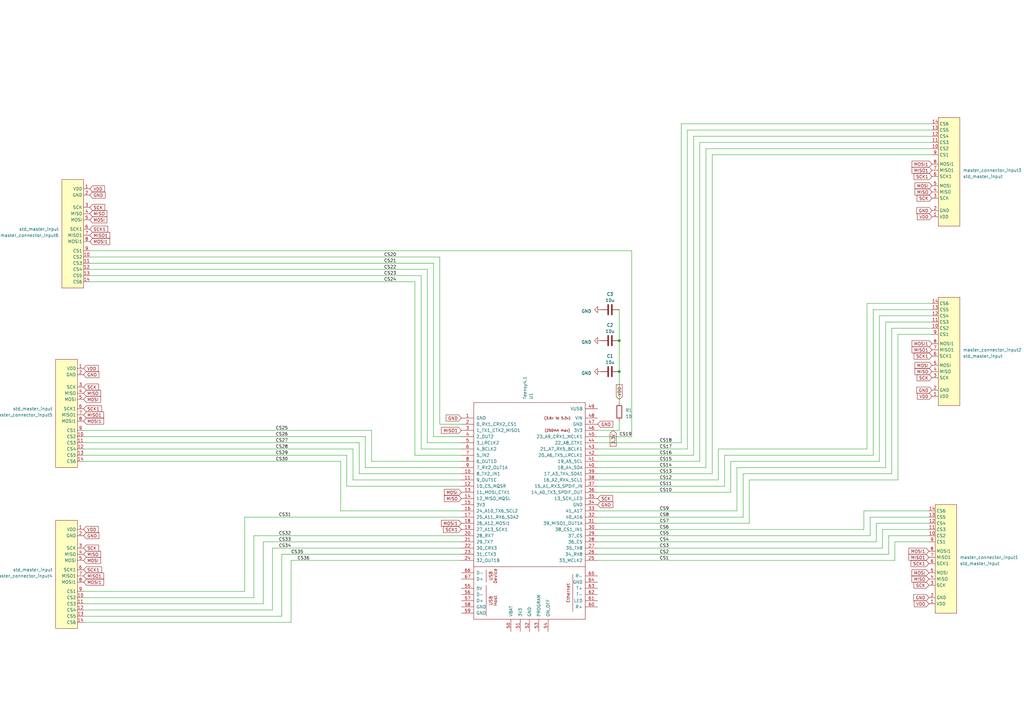
<source format=kicad_sch>
(kicad_sch (version 20230121) (generator eeschema)
  (paper "A3")
  (lib_symbols
    (symbol "BMP581_symbol:std_master_input"
      (property "Reference" "master_connector_input" (at -1.27 27.94 0))
      (property "Value" "std_master_input" (at 0 -21.59 0))
      (symbol "std_master_input_1_1"
        (rectangle (start -5.08 25.4) (end 3.81 -19.05) (fill (type background)))
        (pin input line (at 6.35 21.59 180) (length 2.54) (name "VDD") (number "1"))
        (pin input line (at 6.35 -6.35 180) (length 2.54) (name "CS2") (number "10"))
        (pin input line (at 6.35 -8.89 180) (length 2.54) (name "CS3") (number "11"))
        (pin input line (at 6.35 -11.43 180) (length 2.54) (name "CS4") (number "12"))
        (pin input line (at 6.35 -13.97 180) (length 2.54) (name "CS5") (number "13"))
        (pin input line (at 6.35 -16.51 180) (length 2.54) (name "CS6") (number "14"))
        (pin input line (at 6.35 19.05 180) (length 2.54) (name "GND") (number "2"))
        (pin input line (at 6.35 13.97 180) (length 2.54) (name "SCK") (number "3"))
        (pin output line (at 6.35 11.43 180) (length 2.54) (name "MISO") (number "4"))
        (pin input line (at 6.35 8.89 180) (length 2.54) (name "MOSI") (number "5"))
        (pin input line (at 6.35 5.08 180) (length 2.54) (name "SCK1") (number "6"))
        (pin output line (at 6.35 2.54 180) (length 2.54) (name "MISO1") (number "7"))
        (pin input line (at 6.35 0 180) (length 2.54) (name "MOSI1") (number "8"))
        (pin input line (at 6.35 -3.81 180) (length 2.54) (name "CS1") (number "9"))
      )
    )
    (symbol "Device:C" (pin_numbers hide) (pin_names (offset 0.254))
      (property "Reference" "C" (at 0.635 2.54 0))
      (property "Value" "C" (at 0.635 -2.54 0))
      (symbol "C_0_1"
        (polyline (pts (xy -2.032 -0.762) (xy 2.032 -0.762)) (stroke (width 0.508)))
        (polyline (pts (xy -2.032 0.762) (xy 2.032 0.762)) (stroke (width 0.508)))
      )
      (symbol "C_1_1"
        (pin passive line (at 0 3.81 270) (length 2.794) (name "~") (number "1"))
        (pin passive line (at 0 -3.81 90) (length 2.794) (name "~") (number "2"))
      )
    )
    (symbol "Device:R" (pin_numbers hide) (pin_names (offset 0))
      (property "Reference" "R" (at 2.032 0 90))
      (property "Value" "R" (at 0 0 90))
      (symbol "R_0_1"
        (rectangle (start -1.016 -2.54) (end 1.016 2.54) (stroke (width 0.254)))
      )
      (symbol "R_1_1"
        (pin passive line (at 0 3.81 270) (length 1.27) (name "~") (number "1"))
        (pin passive line (at 0 -3.81 90) (length 1.27) (name "~") (number "2"))
      )
    )
    (symbol "power:GND" (power) (pin_names (offset 0))
      (property "Value" "GND" (at 0 -3.81 0))
      (symbol "GND_0_1"
        (polyline (pts (xy 0 0) (xy 0 -1.27) (xy 1.27 -1.27) (xy 0 -2.54) (xy -1.27 -1.27) (xy 0 -1.27)))
      )
      (symbol "GND_1_1"
        (pin power_in line (at 0 0 270) (length 0) hide (name "GND") (number "1"))
      )
    )
    (symbol "teensy:Teensy4.1" (pin_names (offset 1.016))
      (property "Reference" "U" (at 0 64.77 0))
      (property "Value" "Teensy4.1" (at 0 62.23 0))
      (symbol "Teensy4.1_0_0"
        (polyline (pts (xy -22.86 -6.35) (xy 22.86 -6.35)))
        (polyline (pts (xy -17.78 -26.67) (xy -17.78 -13.97)))
        (polyline (pts (xy -17.78 -7.62) (xy -17.78 -12.7)))
        (polyline (pts (xy 17.78 -9.525) (xy 17.78 -24.765)))
        (text "(250mA max)" (at 11.43 49.53 0) (effects (font (size 1.016 1.016))))
        (text "(3.6v to 5.5v)" (at 11.43 54.61 0) (effects (font (size 1.016 1.016))))
        (text "Device" (at -13.97 -10.16 900) (effects (font (size 1.27 1.27))))
        (text "Ethernet" (at 15.875 -17.145 900) (effects (font (size 1.27 1.27))))
        (text "Host" (at -13.97 -20.32 900) (effects (font (size 1.27 1.27))))
        (text "USB" (at -15.875 -20.32 900) (effects (font (size 1.27 1.27))))
        (text "USB" (at -15.875 -10.16 900) (effects (font (size 1.27 1.27))))
        (pin bidirectional line (at -27.94 31.75 0) (length 5.08) (name "8_TX2_IN1") (number "10"))
        (pin bidirectional line (at -27.94 29.21 0) (length 5.08) (name "9_OUT1C") (number "11"))
        (pin bidirectional line (at -27.94 26.67 0) (length 5.08) (name "10_CS_MQSR") (number "12"))
        (pin bidirectional line (at -27.94 24.13 0) (length 5.08) (name "11_MOSI_CTX1") (number "13"))
        (pin bidirectional line (at -27.94 21.59 0) (length 5.08) (name "12_MISO_MQSL") (number "14"))
        (pin power_in line (at -27.94 19.05 0) (length 5.08) (name "3V3") (number "15"))
        (pin bidirectional line (at -27.94 16.51 0) (length 5.08) (name "24_A10_TX6_SCL2") (number "16"))
        (pin bidirectional line (at -27.94 13.97 0) (length 5.08) (name "25_A11_RX6_SDA2") (number "17"))
        (pin bidirectional line (at -27.94 11.43 0) (length 5.08) (name "26_A12_MOSI1") (number "18"))
        (pin bidirectional line (at -27.94 8.89 0) (length 5.08) (name "27_A13_SCK1") (number "19"))
        (pin bidirectional line (at -27.94 6.35 0) (length 5.08) (name "28_RX7") (number "20"))
        (pin bidirectional line (at -27.94 3.81 0) (length 5.08) (name "29_TX7") (number "21"))
        (pin bidirectional line (at -27.94 1.27 0) (length 5.08) (name "30_CRX3") (number "22"))
        (pin bidirectional line (at -27.94 -1.27 0) (length 5.08) (name "31_CTX3") (number "23"))
        (pin bidirectional line (at -27.94 -3.81 0) (length 5.08) (name "32_OUT1B") (number "24"))
        (pin bidirectional line (at 27.94 -3.81 180) (length 5.08) (name "33_MCLK2") (number "25"))
        (pin bidirectional line (at 27.94 -1.27 180) (length 5.08) (name "34_RX8") (number "26"))
        (pin bidirectional line (at 27.94 1.27 180) (length 5.08) (name "35_TX8") (number "27"))
        (pin bidirectional line (at 27.94 3.81 180) (length 5.08) (name "36_CS") (number "28"))
        (pin bidirectional line (at 27.94 6.35 180) (length 5.08) (name "37_CS") (number "29"))
        (pin bidirectional line (at 27.94 8.89 180) (length 5.08) (name "38_CS1_IN1") (number "30"))
        (pin bidirectional line (at 27.94 11.43 180) (length 5.08) (name "39_MISO1_OUT1A") (number "31"))
        (pin bidirectional line (at 27.94 13.97 180) (length 5.08) (name "40_A16") (number "32"))
        (pin bidirectional line (at 27.94 16.51 180) (length 5.08) (name "41_A17") (number "33"))
        (pin bidirectional line (at 27.94 21.59 180) (length 5.08) (name "13_SCK_LED") (number "35"))
        (pin bidirectional line (at 27.94 24.13 180) (length 5.08) (name "14_A0_TX3_SPDIF_OUT") (number "36"))
        (pin bidirectional line (at 27.94 26.67 180) (length 5.08) (name "15_A1_RX3_SPDIF_IN") (number "37"))
        (pin bidirectional line (at 27.94 29.21 180) (length 5.08) (name "16_A2_RX4_SCL1") (number "38"))
        (pin bidirectional line (at 27.94 31.75 180) (length 5.08) (name "17_A3_TX4_SDA1") (number "39"))
        (pin bidirectional line (at 27.94 34.29 180) (length 5.08) (name "18_A4_SDA") (number "40"))
        (pin bidirectional line (at 27.94 36.83 180) (length 5.08) (name "19_A5_SCL") (number "41"))
        (pin bidirectional line (at 27.94 39.37 180) (length 5.08) (name "20_A6_TX5_LRCLK1") (number "42"))
        (pin bidirectional line (at 27.94 41.91 180) (length 5.08) (name "21_A7_RX5_BCLK1") (number "43"))
        (pin bidirectional line (at 27.94 44.45 180) (length 5.08) (name "22_A8_CTX1") (number "44"))
        (pin bidirectional line (at 27.94 46.99 180) (length 5.08) (name "23_A9_CRX1_MCLK1") (number "45"))
        (pin output line (at 27.94 49.53 180) (length 5.08) (name "3V3") (number "46"))
        (pin output line (at 27.94 52.07 180) (length 5.08) (name "GND") (number "47"))
        (pin power_in line (at 27.94 54.61 180) (length 5.08) (name "VIN") (number "48"))
        (pin power_out line (at 27.94 58.42 180) (length 5.08) (name "VUSB") (number "49"))
        (pin bidirectional line (at -27.94 44.45 0) (length 5.08) (name "3_LRCLK2") (number "5"))
        (pin power_in line (at -7.62 -33.02 90) (length 5.08) (name "VBAT") (number "50"))
        (pin power_in line (at -3.81 -33.02 90) (length 5.08) (name "3V3") (number "51"))
        (pin input line (at 0 -33.02 90) (length 5.08) (name "GND") (number "52"))
        (pin input line (at 3.81 -33.02 90) (length 5.08) (name "PROGRAM") (number "53"))
        (pin input line (at 7.62 -33.02 90) (length 5.08) (name "ON_OFF") (number "54"))
        (pin power_out line (at -27.94 -15.24 0) (length 5.08) (name "5V") (number "55"))
        (pin bidirectional line (at -27.94 -17.78 0) (length 5.08) (name "D-") (number "56"))
        (pin bidirectional line (at -27.94 -20.32 0) (length 5.08) (name "D+") (number "57"))
        (pin power_in line (at -27.94 -22.86 0) (length 5.08) (name "GND") (number "58"))
        (pin power_in line (at -27.94 -25.4 0) (length 5.08) (name "GND") (number "59"))
        (pin bidirectional line (at -27.94 41.91 0) (length 5.08) (name "4_BCLK2") (number "6"))
        (pin bidirectional line (at 27.94 -22.86 180) (length 5.08) (name "R+") (number "60"))
        (pin bidirectional line (at 27.94 -20.32 180) (length 5.08) (name "LED") (number "61"))
        (pin bidirectional line (at 27.94 -17.78 180) (length 5.08) (name "T-") (number "62"))
        (pin bidirectional line (at 27.94 -15.24 180) (length 5.08) (name "T+") (number "63"))
        (pin power_in line (at 27.94 -12.7 180) (length 5.08) (name "GND") (number "64"))
        (pin bidirectional line (at 27.94 -10.16 180) (length 5.08) (name "R-") (number "65"))
        (pin bidirectional line (at -27.94 -8.89 0) (length 5.08) (name "D-") (number "66"))
        (pin bidirectional line (at -27.94 -11.43 0) (length 5.08) (name "D+") (number "67"))
        (pin bidirectional line (at -27.94 39.37 0) (length 5.08) (name "5_IN2") (number "7"))
        (pin bidirectional line (at -27.94 36.83 0) (length 5.08) (name "6_OUT1D") (number "8"))
        (pin bidirectional line (at -27.94 34.29 0) (length 5.08) (name "7_RX2_OUT1A") (number "9"))
      )
      (symbol "Teensy4.1_0_1"
        (rectangle (start -22.86 60.96) (end 22.86 -27.94))
        (rectangle (start -20.32 -1.27) (end -20.32 -1.27))
      )
      (symbol "Teensy4.1_1_1"
        (pin power_in line (at -27.94 54.61 0) (length 5.08) (name "GND") (number "1"))
        (pin bidirectional line (at -27.94 52.07 0) (length 5.08) (name "0_RX1_CRX2_CS1") (number "2"))
        (pin bidirectional line (at -27.94 49.53 0) (length 5.08) (name "1_TX1_CTX2_MISO1") (number "3"))
        (pin power_in line (at 27.94 19.05 180) (length 5.08) (name "GND") (number "34"))
        (pin bidirectional line (at -27.94 46.99 0) (length 5.08) (name "2_OUT2") (number "4"))
      )
    )
  )
  (junction (at 254 152.4))
  (junction (at 254 139.7))
  (wire (pts (xy 292.1 194.31) (xy 292.1 63.5)))
  (wire (pts (xy 180.34 173.99) (xy 180.34 105.41)))
  (wire (pts (xy 367.03 222.25) (xy 381 222.25)))
  (wire (pts (xy 304.8 194.31) (xy 365.76 194.31)))
  (wire (pts (xy 245.11 194.31) (xy 292.1 194.31)))
  (wire (pts (xy 259.08 179.07) (xy 259.08 102.87)))
  (wire (pts (xy 360.68 129.54) (xy 382.27 129.54)))
  (wire (pts (xy 177.8 179.07) (xy 177.8 107.95)))
  (wire (pts (xy 34.29 250.19) (xy 111.76 250.19)))
  (wire (pts (xy 359.41 222.25) (xy 359.41 214.63)))
  (wire (pts (xy 368.3 137.16) (xy 368.3 196.85)))
  (wire (pts (xy 245.11 184.15) (xy 281.94 184.15)))
  (wire (pts (xy 307.34 214.63) (xy 307.34 196.85)))
  (wire (pts (xy 189.23 186.69) (xy 170.18 186.69)))
  (wire (pts (xy 119.38 229.87) (xy 119.38 255.27)))
  (wire (pts (xy 281.94 53.34) (xy 382.27 53.34)))
  (wire (pts (xy 284.48 186.69) (xy 284.48 55.88)))
  (wire (pts (xy 36.83 113.03) (xy 172.72 113.03)))
  (wire (pts (xy 245.11 189.23) (xy 287.02 189.23)))
  (wire (pts (xy 34.29 184.15) (xy 144.78 184.15)))
  (wire (pts (xy 245.11 209.55) (xy 302.26 209.55)))
  (wire (pts (xy 279.4 50.8) (xy 382.27 50.8)))
  (wire (pts (xy 189.23 199.39) (xy 142.24 199.39)))
  (wire (pts (xy 361.95 224.79) (xy 361.95 217.17)))
  (wire (pts (xy 144.78 196.85) (xy 144.78 184.15)))
  (wire (pts (xy 34.29 255.27) (xy 119.38 255.27)))
  (wire (pts (xy 365.76 134.62) (xy 365.76 194.31)))
  (wire (pts (xy 245.11 179.07) (xy 259.08 179.07)))
  (wire (pts (xy 189.23 179.07) (xy 177.8 179.07)))
  (wire (pts (xy 302.26 209.55) (xy 302.26 191.77)))
  (wire (pts (xy 245.11 214.63) (xy 307.34 214.63)))
  (wire (pts (xy 189.23 191.77) (xy 149.86 191.77)))
  (wire (pts (xy 245.11 191.77) (xy 289.56 191.77)))
  (wire (pts (xy 363.22 132.08) (xy 382.27 132.08)))
  (wire (pts (xy 367.03 229.87) (xy 367.03 222.25)))
  (wire (pts (xy 289.56 60.96) (xy 382.27 60.96)))
  (wire (pts (xy 34.29 252.73) (xy 115.57 252.73)))
  (wire (pts (xy 34.29 189.23) (xy 139.7 189.23)))
  (wire (pts (xy 281.94 184.15) (xy 281.94 53.34)))
  (wire (pts (xy 294.64 196.85) (xy 294.64 184.15)))
  (wire (pts (xy 297.18 199.39) (xy 297.18 186.69)))
  (wire (pts (xy 189.23 181.61) (xy 175.26 181.61)))
  (wire (pts (xy 358.14 127) (xy 382.27 127)))
  (wire (pts (xy 245.11 227.33) (xy 364.49 227.33)))
  (wire (pts (xy 294.64 184.15) (xy 355.6 184.15)))
  (wire (pts (xy 142.24 199.39) (xy 142.24 186.69)))
  (wire (pts (xy 361.95 217.17) (xy 381 217.17)))
  (wire (pts (xy 36.83 105.41) (xy 180.34 105.41)))
  (wire (pts (xy 34.29 181.61) (xy 147.32 181.61)))
  (wire (pts (xy 149.86 191.77) (xy 149.86 179.07)))
  (wire (pts (xy 189.23 173.99) (xy 180.34 173.99)))
  (wire (pts (xy 107.95 222.25) (xy 107.95 247.65)))
  (wire (pts (xy 111.76 224.79) (xy 111.76 250.19)))
  (wire (pts (xy 254 139.7) (xy 254 152.4)))
  (wire (pts (xy 254 152.4) (xy 254 165.1)))
  (wire (pts (xy 364.49 227.33) (xy 364.49 219.71)))
  (wire (pts (xy 245.11 186.69) (xy 284.48 186.69)))
  (wire (pts (xy 189.23 224.79) (xy 111.76 224.79)))
  (wire (pts (xy 245.11 222.25) (xy 359.41 222.25)))
  (wire (pts (xy 307.34 196.85) (xy 368.3 196.85)))
  (wire (pts (xy 170.18 186.69) (xy 170.18 115.57)))
  (wire (pts (xy 245.11 217.17) (xy 354.33 217.17)))
  (wire (pts (xy 245.11 199.39) (xy 297.18 199.39)))
  (wire (pts (xy 358.14 127) (xy 358.14 186.69)))
  (wire (pts (xy 245.11 201.93) (xy 299.72 201.93)))
  (wire (pts (xy 299.72 189.23) (xy 360.68 189.23)))
  (wire (pts (xy 189.23 194.31) (xy 147.32 194.31)))
  (wire (pts (xy 115.57 227.33) (xy 115.57 252.73)))
  (wire (pts (xy 172.72 184.15) (xy 172.72 113.03)))
  (wire (pts (xy 245.11 219.71) (xy 356.87 219.71)))
  (wire (pts (xy 36.83 115.57) (xy 170.18 115.57)))
  (wire (pts (xy 34.29 245.11) (xy 104.14 245.11)))
  (wire (pts (xy 355.6 124.46) (xy 382.27 124.46)))
  (wire (pts (xy 189.23 229.87) (xy 119.38 229.87)))
  (wire (pts (xy 364.49 219.71) (xy 381 219.71)))
  (wire (pts (xy 189.23 189.23) (xy 152.4 189.23)))
  (wire (pts (xy 245.11 176.53) (xy 254 176.53)))
  (wire (pts (xy 365.76 134.62) (xy 382.27 134.62)))
  (wire (pts (xy 245.11 224.79) (xy 361.95 224.79)))
  (wire (pts (xy 292.1 63.5) (xy 382.27 63.5)))
  (wire (pts (xy 297.18 186.69) (xy 358.14 186.69)))
  (wire (pts (xy 304.8 212.09) (xy 304.8 194.31)))
  (wire (pts (xy 284.48 55.88) (xy 382.27 55.88)))
  (wire (pts (xy 360.68 129.54) (xy 360.68 189.23)))
  (wire (pts (xy 34.29 247.65) (xy 107.95 247.65)))
  (wire (pts (xy 359.41 214.63) (xy 381 214.63)))
  (wire (pts (xy 302.26 191.77) (xy 363.22 191.77)))
  (wire (pts (xy 287.02 58.42) (xy 382.27 58.42)))
  (wire (pts (xy 354.33 209.55) (xy 381 209.55)))
  (wire (pts (xy 147.32 194.31) (xy 147.32 181.61)))
  (wire (pts (xy 104.14 219.71) (xy 104.14 245.11)))
  (wire (pts (xy 36.83 107.95) (xy 177.8 107.95)))
  (wire (pts (xy 245.11 212.09) (xy 304.8 212.09)))
  (wire (pts (xy 356.87 219.71) (xy 356.87 212.09)))
  (wire (pts (xy 189.23 209.55) (xy 139.7 209.55)))
  (wire (pts (xy 36.83 110.49) (xy 175.26 110.49)))
  (wire (pts (xy 356.87 212.09) (xy 381 212.09)))
  (wire (pts (xy 287.02 189.23) (xy 287.02 58.42)))
  (wire (pts (xy 289.56 191.77) (xy 289.56 60.96)))
  (wire (pts (xy 354.33 217.17) (xy 354.33 209.55)))
  (wire (pts (xy 254 172.72) (xy 254 176.53)))
  (wire (pts (xy 245.11 181.61) (xy 279.4 181.61)))
  (wire (pts (xy 355.6 124.46) (xy 355.6 184.15)))
  (wire (pts (xy 245.11 229.87) (xy 367.03 229.87)))
  (wire (pts (xy 34.29 186.69) (xy 142.24 186.69)))
  (wire (pts (xy 254 127) (xy 254 139.7)))
  (wire (pts (xy 152.4 189.23) (xy 152.4 176.53)))
  (wire (pts (xy 139.7 209.55) (xy 139.7 189.23)))
  (wire (pts (xy 189.23 184.15) (xy 172.72 184.15)))
  (wire (pts (xy 363.22 132.08) (xy 363.22 191.77)))
  (wire (pts (xy 189.23 219.71) (xy 104.14 219.71)))
  (wire (pts (xy 245.11 196.85) (xy 294.64 196.85)))
  (wire (pts (xy 175.26 181.61) (xy 175.26 110.49)))
  (wire (pts (xy 36.83 102.87) (xy 259.08 102.87)))
  (wire (pts (xy 189.23 227.33) (xy 115.57 227.33)))
  (wire (pts (xy 34.29 242.57) (xy 100.33 242.57)))
  (wire (pts (xy 189.23 222.25) (xy 107.95 222.25)))
  (wire (pts (xy 34.29 179.07) (xy 149.86 179.07)))
  (wire (pts (xy 189.23 212.09) (xy 100.33 212.09)))
  (wire (pts (xy 299.72 201.93) (xy 299.72 189.23)))
  (wire (pts (xy 100.33 212.09) (xy 100.33 242.57)))
  (wire (pts (xy 279.4 181.61) (xy 279.4 50.8)))
  (wire (pts (xy 189.23 196.85) (xy 144.78 196.85)))
  (wire (pts (xy 368.3 137.16) (xy 382.27 137.16)))
  (wire (pts (xy 34.29 176.53) (xy 152.4 176.53)))
  (label "CS3" (at 270.51 224.79 0))
  (label "CS32" (at 114.3 219.71 0))
  (label "CS26" (at 113.03 179.07 0))
  (label "CS24" (at 157.48 115.57 0))
  (label "CS34" (at 114.3 224.79 0))
  (label "CS12" (at 270.51 196.85 0))
  (label "CS5" (at 270.51 219.71 0))
  (label "CS31" (at 114.3 212.09 0))
  (label "CS28" (at 113.03 184.15 0))
  (label "CS18" (at 270.51 181.61 0))
  (label "CS35" (at 119.38 227.33 0))
  (label "CS14" (at 270.51 191.77 0))
  (label "CS25" (at 113.03 176.53 0))
  (label "CS9" (at 270.51 209.55 0))
  (label "CS23" (at 157.48 113.03 0))
  (label "CS2" (at 270.51 227.33 0))
  (label "CS7" (at 270.51 214.63 0))
  (label "CS16" (at 270.51 186.69 0))
  (label "CS6" (at 270.51 217.17 0))
  (label "CS11" (at 270.51 199.39 0))
  (label "CS29" (at 113.03 186.69 0))
  (label "CS10" (at 270.51 201.93 0))
  (label "CS15" (at 270.51 189.23 0))
  (label "CS1" (at 270.51 229.87 0))
  (label "CS4" (at 270.51 222.25 0))
  (label "CS22" (at 157.48 110.49 0))
  (label "CS13" (at 270.51 194.31 0))
  (label "CS30" (at 113.03 189.23 0))
  (label "CS8" (at 270.51 212.09 0))
  (label "CS21" (at 157.48 107.95 0))
  (label "CS33" (at 114.3 222.25 0))
  (label "CS19" (at 254 179.07 0))
  (label "CS27" (at 113.03 181.61 0))
  (label "CS20" (at 157.48 105.41 0))
  (label "CS17" (at 270.51 184.15 0))
  (label "CS36" (at 121.92 229.87 0))
  (global_label "MISO1" (shape input) (at 34.29 236.22 0) (property "Intersheetrefs" "${INTERSHEET_REFS}" (effects hide)))
  (global_label "SCK" (shape input) (at 34.29 158.75 0) (property "Intersheetrefs" "${INTERSHEET_REFS}" (effects hide)))
  (global_label "SCK" (shape input) (at 36.83 85.09 0) (property "Intersheetrefs" "${INTERSHEET_REFS}" (effects hide)))
  (global_label "SCK1" (shape input) (at 382.27 146.05 180) (property "Intersheetrefs" "${INTERSHEET_REFS}" (effects hide)))
  (global_label "MOSI1" (shape input) (at 34.29 172.72 0) (property "Intersheetrefs" "${INTERSHEET_REFS}" (effects hide)))
  (global_label "MOSI" (shape input) (at 381 234.95 180) (property "Intersheetrefs" "${INTERSHEET_REFS}" (effects hide)))
  (global_label "GND" (shape input) (at 189.23 171.45 180) (property "Intersheetrefs" "${INTERSHEET_REFS}" (effects hide)))
  (global_label "SCK1" (shape input) (at 382.27 72.39 180) (property "Intersheetrefs" "${INTERSHEET_REFS}" (effects hide)))
  (global_label "MOSI" (shape input) (at 36.83 90.17 0) (property "Intersheetrefs" "${INTERSHEET_REFS}" (effects hide)))
  (global_label "MOSI" (shape input) (at 34.29 163.83 0) (property "Intersheetrefs" "${INTERSHEET_REFS}" (effects hide)))
  (global_label "MOSI1" (shape input) (at 36.83 99.06 0) (property "Intersheetrefs" "${INTERSHEET_REFS}" (effects hide)))
  (global_label "MISO1" (shape input) (at 382.27 69.85 180) (property "Intersheetrefs" "${INTERSHEET_REFS}" (effects hide)))
  (global_label "MISO" (shape input) (at 34.29 227.33 0) (property "Intersheetrefs" "${INTERSHEET_REFS}" (effects hide)))
  (global_label "VDD" (shape input) (at 382.27 88.9 180) (property "Intersheetrefs" "${INTERSHEET_REFS}" (effects hide)))
  (global_label "VDD" (shape input) (at 34.29 217.17 0) (property "Intersheetrefs" "${INTERSHEET_REFS}" (effects hide)))
  (global_label "GND" (shape input) (at 34.29 153.67 0) (property "Intersheetrefs" "${INTERSHEET_REFS}" (effects hide)))
  (global_label "MISO" (shape input) (at 189.23 204.47 180) (property "Intersheetrefs" "${INTERSHEET_REFS}" (effects hide)))
  (global_label "GND" (shape input) (at 245.11 207.01 0) (property "Intersheetrefs" "${INTERSHEET_REFS}" (effects hide)))
  (global_label "SCK1" (shape input) (at 189.23 217.17 180) (property "Intersheetrefs" "${INTERSHEET_REFS}" (effects hide)))
  (global_label "SCK" (shape input) (at 381 240.03 180) (property "Intersheetrefs" "${INTERSHEET_REFS}" (effects hide)))
  (global_label "SCK" (shape input) (at 382.27 81.28 180) (property "Intersheetrefs" "${INTERSHEET_REFS}" (effects hide)))
  (global_label "GND" (shape input) (at 36.83 80.01 0) (property "Intersheetrefs" "${INTERSHEET_REFS}" (effects hide)))
  (global_label "MOSI" (shape input) (at 189.23 201.93 180) (property "Intersheetrefs" "${INTERSHEET_REFS}" (effects hide)))
  (global_label "MISO" (shape input) (at 382.27 152.4 180) (property "Intersheetrefs" "${INTERSHEET_REFS}" (effects hide)))
  (global_label "SCK" (shape input) (at 245.11 204.47 0) (property "Intersheetrefs" "${INTERSHEET_REFS}" (effects hide)))
  (global_label "SCK1" (shape input) (at 34.29 233.68 0) (property "Intersheetrefs" "${INTERSHEET_REFS}" (effects hide)))
  (global_label "MISO" (shape input) (at 36.83 87.63 0) (property "Intersheetrefs" "${INTERSHEET_REFS}" (effects hide)))
  (global_label "MISO" (shape input) (at 381 237.49 180) (property "Intersheetrefs" "${INTERSHEET_REFS}" (effects hide)))
  (global_label "SCK" (shape input) (at 34.29 224.79 0) (property "Intersheetrefs" "${INTERSHEET_REFS}" (effects hide)))
  (global_label "MOSI" (shape input) (at 382.27 76.2 180) (property "Intersheetrefs" "${INTERSHEET_REFS}" (effects hide)))
  (global_label "MOSI1" (shape input) (at 382.27 140.97 180) (property "Intersheetrefs" "${INTERSHEET_REFS}" (effects hide)))
  (global_label "MISO1" (shape input) (at 382.27 143.51 180) (property "Intersheetrefs" "${INTERSHEET_REFS}" (effects hide)))
  (global_label "VDD" (shape input) (at 36.83 77.47 0) (property "Intersheetrefs" "${INTERSHEET_REFS}" (effects hide)))
  (global_label "SCK1" (shape input) (at 381 231.14 180) (property "Intersheetrefs" "${INTERSHEET_REFS}" (effects hide)))
  (global_label "MOSI" (shape input) (at 34.29 229.87 0) (property "Intersheetrefs" "${INTERSHEET_REFS}" (effects hide)))
  (global_label "VDD" (shape input) (at 381 247.65 180) (property "Intersheetrefs" "${INTERSHEET_REFS}" (effects hide)))
  (global_label "MISO1" (shape input) (at 34.29 170.18 0) (property "Intersheetrefs" "${INTERSHEET_REFS}" (effects hide)))
  (global_label "SCK1" (shape input) (at 34.29 167.64 0) (property "Intersheetrefs" "${INTERSHEET_REFS}" (effects hide)))
  (global_label "MOSI1" (shape input) (at 34.29 238.76 0) (property "Intersheetrefs" "${INTERSHEET_REFS}" (effects hide)))
  (global_label "MOSI1" (shape input) (at 382.27 67.31 180) (property "Intersheetrefs" "${INTERSHEET_REFS}" (effects hide)))
  (global_label "VDD" (shape input) (at 382.27 162.56 180) (property "Intersheetrefs" "${INTERSHEET_REFS}" (effects hide)))
  (global_label "GND" (shape input) (at 34.29 219.71 0) (property "Intersheetrefs" "${INTERSHEET_REFS}" (effects hide)))
  (global_label "GND" (shape input) (at 382.27 160.02 180) (property "Intersheetrefs" "${INTERSHEET_REFS}" (effects hide)))
  (global_label "MISO1" (shape input) (at 381 228.6 180) (property "Intersheetrefs" "${INTERSHEET_REFS}" (effects hide)))
  (global_label "3.3V" (shape input) (at 251.46 176.53 270) (property "Intersheetrefs" "${INTERSHEET_REFS}" (effects hide)))
  (global_label "MOSI1" (shape input) (at 189.23 214.63 180) (property "Intersheetrefs" "${INTERSHEET_REFS}" (effects hide)))
  (global_label "GND" (shape input) (at 382.27 86.36 180) (property "Intersheetrefs" "${INTERSHEET_REFS}" (effects hide)))
  (global_label "VDD" (shape input) (at 34.29 151.13 0) (property "Intersheetrefs" "${INTERSHEET_REFS}" (effects hide)))
  (global_label "MOSI" (shape input) (at 382.27 149.86 180) (property "Intersheetrefs" "${INTERSHEET_REFS}" (effects hide)))
  (global_label "MISO1" (shape input) (at 36.83 96.52 0) (property "Intersheetrefs" "${INTERSHEET_REFS}" (effects hide)))
  (global_label "GND" (shape input) (at 381 245.11 180) (property "Intersheetrefs" "${INTERSHEET_REFS}" (effects hide)))
  (global_label "MISO1" (shape input) (at 189.23 176.53 180) (property "Intersheetrefs" "${INTERSHEET_REFS}" (effects hide)))
  (global_label "SCK" (shape input) (at 382.27 154.94 180) (property "Intersheetrefs" "${INTERSHEET_REFS}" (effects hide)))
  (global_label "MISO" (shape input) (at 34.29 161.29 0) (property "Intersheetrefs" "${INTERSHEET_REFS}" (effects hide)))
  (global_label "MISO" (shape input) (at 382.27 78.74 180) (property "Intersheetrefs" "${INTERSHEET_REFS}" (effects hide)))
  (global_label "MOSI1" (shape input) (at 381 226.06 180) (property "Intersheetrefs" "${INTERSHEET_REFS}" (effects hide)))
  (global_label "VDD" (shape input) (at 254 163.83 90) (property "Intersheetrefs" "${INTERSHEET_REFS}" (effects hide)))
  (global_label "GND" (shape input) (at 245.11 173.99 0) (property "Intersheetrefs" "${INTERSHEET_REFS}" (effects hide)))
  (global_label "SCK1" (shape input) (at 36.83 93.98 0) (property "Intersheetrefs" "${INTERSHEET_REFS}" (effects hide)))
  (symbol (lib_id "BMP581_symbol:std_master_input") (at 388.62 140.97 180) (unit 1)
    (property "Reference" "master_connector_input2" (at 394.97 143.51 0) (effects (justify right)))
    (property "Value" "std_master_input" (at 394.97 146.05 0) (effects (justify right)))
    (property "Footprint" "BMP581:Master_pins_bottom" (effects hide))
  )
  (symbol (lib_id "BMP581_symbol:std_master_input") (at 387.35 226.06 180) (unit 1)
    (property "Reference" "master_connector_input1" (at 393.7 228.6 0) (effects (justify right)))
    (property "Value" "std_master_input" (at 393.7 231.14 0) (effects (justify right)))
    (property "Footprint" "BMP581:Master_pins_top" (effects hide))
  )
  (symbol (lib_id "power:GND") (at 246.38 127 270) (unit 1)
    (property "Reference" "#PWR03" (effects hide))
    (property "Value" "GND" (at 242.57 127.635 90) (effects (justify right)))
  )
  (symbol (lib_id "power:GND") (at 246.38 139.7 270) (unit 1)
    (property "Reference" "#PWR02" (effects hide))
    (property "Value" "GND" (at 242.57 140.335 90) (effects (justify right)))
  )
  (symbol (lib_id "BMP581_symbol:std_master_input") (at 27.94 238.76 0) (unit 1)
    (property "Reference" "master_connector_input4" (at 21.59 236.22 0) (effects (justify right)))
    (property "Value" "std_master_input" (at 21.59 233.68 0) (effects (justify right)))
    (property "Footprint" "BMP581:Master_pins_bottom" (effects hide))
  )
  (symbol (lib_id "power:GND") (at 246.38 152.4 270) (unit 1)
    (property "Reference" "#PWR01" (effects hide))
    (property "Value" "GND" (at 242.57 153.035 90) (effects (justify right)))
  )
  (symbol (lib_id "BMP581_symbol:std_master_input") (at 388.62 67.31 180) (unit 1)
    (property "Reference" "master_connector_input3" (at 394.97 69.85 0) (effects (justify right)))
    (property "Value" "std_master_input" (at 394.97 72.39 0) (effects (justify right)))
    (property "Footprint" "BMP581:Master_pins_top" (effects hide))
  )
  (symbol (lib_id "BMP581_symbol:std_master_input") (at 27.94 172.72 0) (unit 1)
    (property "Reference" "master_connector_input5" (at 21.59 170.18 0) (effects (justify right)))
    (property "Value" "std_master_input" (at 21.59 167.64 0) (effects (justify right)))
    (property "Footprint" "BMP581:Master_pins_top" (effects hide))
  )
  (symbol (lib_id "Device:R") (at 254 168.91 0) (unit 1)
    (property "Reference" "R1" (at 256.54 168.275 0) (effects (justify left)))
    (property "Value" "10" (at 256.54 170.815 0) (effects (justify left)))
    (property "Footprint" "Resistor_SMD:R_0402_1005Metric" (effects hide))
  )
  (symbol (lib_id "Device:C") (at 250.19 139.7 90) (unit 1)
    (property "Reference" "C2" (at 250.19 133.35 90))
    (property "Value" "10u" (at 250.19 135.89 90))
    (property "Footprint" "Capacitor_SMD:C_0603_1608Metric" (effects hide))
  )
  (symbol (lib_id "Device:C") (at 250.19 127 90) (unit 1)
    (property "Reference" "C3" (at 250.19 120.65 90))
    (property "Value" "10u" (at 250.19 123.19 90))
    (property "Footprint" "Capacitor_SMD:C_0603_1608Metric" (effects hide))
  )
  (symbol (lib_id "BMP581_symbol:std_master_input") (at 30.48 99.06 0) (unit 1)
    (property "Reference" "master_connector_input6" (at 24.13 96.52 0) (effects (justify right)))
    (property "Value" "std_master_input" (at 24.13 93.98 0) (effects (justify right)))
    (property "Footprint" "BMP581:Master_pins_bottom" (effects hide))
  )
  (symbol (lib_id "teensy:Teensy4.1") (at 217.17 226.06 0) (unit 1)
    (property "Reference" "U1" (at 217.805 163.83 90) (effects (justify left)))
    (property "Value" "Teensy4.1" (at 215.265 163.83 90) (effects (justify left)))
    (property "Footprint" "BMP581:Teensy41" (effects hide))
  )
  (symbol (lib_id "Device:C") (at 250.19 152.4 90) (unit 1)
    (property "Reference" "C1" (at 250.19 146.05 90))
    (property "Value" "10u" (at 250.19 148.59 90))
    (property "Footprint" "Capacitor_SMD:C_0603_1608Metric" (effects hide))
  )
)
</source>
